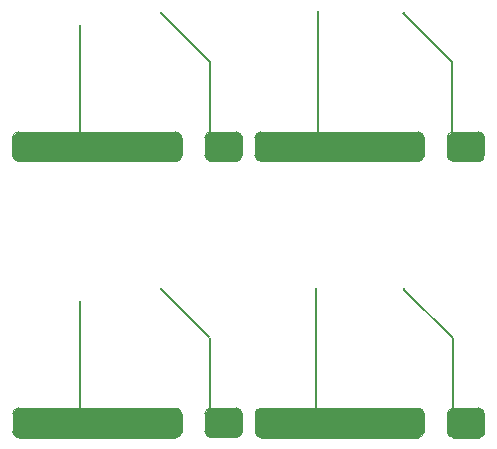
<source format=gbr>
%TF.GenerationSoftware,KiCad,Pcbnew,(7.0.0)*%
%TF.CreationDate,2023-03-30T16:55:44-05:00*%
%TF.ProjectId,Cookie_Mantis,436f6f6b-6965-45f4-9d61-6e7469732e6b,rev?*%
%TF.SameCoordinates,Original*%
%TF.FileFunction,Copper,L2,Bot*%
%TF.FilePolarity,Positive*%
%FSLAX46Y46*%
G04 Gerber Fmt 4.6, Leading zero omitted, Abs format (unit mm)*
G04 Created by KiCad (PCBNEW (7.0.0)) date 2023-03-30 16:55:44*
%MOMM*%
%LPD*%
G01*
G04 APERTURE LIST*
%TA.AperFunction,NonConductor*%
%ADD10C,0.100000*%
%TD*%
%TA.AperFunction,NonConductor*%
%ADD11C,0.200000*%
%TD*%
%TA.AperFunction,ViaPad*%
%ADD12C,0.800000*%
%TD*%
%TA.AperFunction,ViaPad*%
%ADD13C,0.250000*%
%TD*%
G04 APERTURE END LIST*
D10*
X52474360Y-58143460D02*
G75*
G03*
X52982360Y-57635400I-60J508060D01*
G01*
X49817800Y-34240400D02*
G75*
G03*
X50325760Y-34748400I507900J-100D01*
G01*
X47873821Y-56139179D02*
G75*
G03*
X47365884Y-55631179I-508021J-21D01*
G01*
G36*
X47833484Y-34242779D02*
G01*
X47782684Y-34369779D01*
X47630284Y-34598379D01*
X47350884Y-34725379D01*
X34041284Y-34725379D01*
X33863484Y-34674579D01*
X33685684Y-34522179D01*
X33533284Y-34242779D01*
X34041284Y-33582379D01*
X34955684Y-32642579D01*
X41966084Y-32515579D01*
X47833484Y-34242779D01*
G37*
X47833484Y-34242779D02*
X47782684Y-34369779D01*
X47630284Y-34598379D01*
X47350884Y-34725379D01*
X34041284Y-34725379D01*
X33863484Y-34674579D01*
X33685684Y-34522179D01*
X33533284Y-34242779D01*
X34041284Y-33582379D01*
X34955684Y-32642579D01*
X41966084Y-32515579D01*
X47833484Y-34242779D01*
G36*
X27323484Y-57622779D02*
G01*
X27272684Y-57749779D01*
X27120284Y-57978379D01*
X26840884Y-58105379D01*
X13531284Y-58105379D01*
X13353484Y-58054579D01*
X13175684Y-57902179D01*
X13023284Y-57622779D01*
X13531284Y-56962379D01*
X14445684Y-56022579D01*
X21456084Y-55895579D01*
X27323484Y-57622779D01*
G37*
X27323484Y-57622779D02*
X27272684Y-57749779D01*
X27120284Y-57978379D01*
X26840884Y-58105379D01*
X13531284Y-58105379D01*
X13353484Y-58054579D01*
X13175684Y-57902179D01*
X13023284Y-57622779D01*
X13531284Y-56962379D01*
X14445684Y-56022579D01*
X21456084Y-55895579D01*
X27323484Y-57622779D01*
G36*
X35311284Y-32794979D02*
G01*
X35565284Y-34268179D01*
X35412884Y-34217379D01*
X33533284Y-34242779D01*
X33533284Y-32769579D01*
X35311284Y-32794979D01*
G37*
X35311284Y-32794979D02*
X35565284Y-34268179D01*
X35412884Y-34217379D01*
X33533284Y-34242779D01*
X33533284Y-32769579D01*
X35311284Y-32794979D01*
G36*
X47554084Y-32337779D02*
G01*
X47706484Y-32464779D01*
X47782684Y-32591779D01*
X47833484Y-32744179D01*
X45191884Y-32718779D01*
X33533284Y-32744179D01*
X33660284Y-32490179D01*
X33838084Y-32337779D01*
X33965084Y-32286979D01*
X34041284Y-32261579D01*
X47350884Y-32261579D01*
X47554084Y-32337779D01*
G37*
X47554084Y-32337779D02*
X47706484Y-32464779D01*
X47782684Y-32591779D01*
X47833484Y-32744179D01*
X45191884Y-32718779D01*
X33533284Y-32744179D01*
X33660284Y-32490179D01*
X33838084Y-32337779D01*
X33965084Y-32286979D01*
X34041284Y-32261579D01*
X47350884Y-32261579D01*
X47554084Y-32337779D01*
X33548221Y-57637779D02*
G75*
G03*
X34056284Y-58145779I507979J-21D01*
G01*
X31940800Y-34747600D02*
G75*
G03*
X32448800Y-34239600I0J508000D01*
G01*
G36*
X32042400Y-32309200D02*
G01*
X32296400Y-32410800D01*
X32359900Y-32550500D01*
X32448800Y-32715600D01*
X32448800Y-34239600D01*
X32372600Y-34328500D01*
X32296400Y-34506300D01*
X32169400Y-34633300D01*
X31966200Y-34747600D01*
X29769100Y-34747600D01*
X29731000Y-34696800D01*
X29604000Y-34646000D01*
X29477000Y-34569800D01*
X29375400Y-34417400D01*
X29299200Y-34265000D01*
X29299200Y-32702900D01*
X29375400Y-32626700D01*
X29464300Y-32474300D01*
X29604000Y-32360000D01*
X29807200Y-32233000D01*
X30175500Y-32233000D01*
X30569200Y-32233000D01*
X31953500Y-32233000D01*
X32042400Y-32309200D01*
G37*
X32042400Y-32309200D02*
X32296400Y-32410800D01*
X32359900Y-32550500D01*
X32448800Y-32715600D01*
X32448800Y-34239600D01*
X32372600Y-34328500D01*
X32296400Y-34506300D01*
X32169400Y-34633300D01*
X31966200Y-34747600D01*
X29769100Y-34747600D01*
X29731000Y-34696800D01*
X29604000Y-34646000D01*
X29477000Y-34569800D01*
X29375400Y-34417400D01*
X29299200Y-34265000D01*
X29299200Y-32702900D01*
X29375400Y-32626700D01*
X29464300Y-32474300D01*
X29604000Y-32360000D01*
X29807200Y-32233000D01*
X30175500Y-32233000D01*
X30569200Y-32233000D01*
X31953500Y-32233000D01*
X32042400Y-32309200D01*
X13023221Y-57622779D02*
G75*
G03*
X13531284Y-58130779I507979J-21D01*
G01*
G36*
X47325484Y-34750779D02*
G01*
X34041284Y-34750779D01*
X34041284Y-32236179D01*
X47325484Y-32236179D01*
X47325484Y-34750779D01*
G37*
X47325484Y-34750779D02*
X34041284Y-34750779D01*
X34041284Y-32236179D01*
X47325484Y-32236179D01*
X47325484Y-34750779D01*
G36*
X47325484Y-34750779D02*
G01*
X34041284Y-34750779D01*
X34041284Y-32236179D01*
X47325484Y-32236179D01*
X47325484Y-34750779D01*
G37*
X47325484Y-34750779D02*
X34041284Y-34750779D01*
X34041284Y-32236179D01*
X47325484Y-32236179D01*
X47325484Y-34750779D01*
D11*
X46108301Y-22190541D02*
X50268560Y-26350800D01*
D10*
X33548221Y-57637779D02*
G75*
G03*
X34056284Y-58145779I507979J-21D01*
G01*
G36*
X35326284Y-56189979D02*
G01*
X35580284Y-57663179D01*
X35427884Y-57612379D01*
X33548284Y-57637779D01*
X33548284Y-56164579D01*
X35326284Y-56189979D01*
G37*
X35326284Y-56189979D02*
X35580284Y-57663179D01*
X35427884Y-57612379D01*
X33548284Y-57637779D01*
X33548284Y-56164579D01*
X35326284Y-56189979D01*
G36*
X35311284Y-32794979D02*
G01*
X35565284Y-34268179D01*
X35412884Y-34217379D01*
X33533284Y-34242779D01*
X33533284Y-32769579D01*
X35311284Y-32794979D01*
G37*
X35311284Y-32794979D02*
X35565284Y-34268179D01*
X35412884Y-34217379D01*
X33533284Y-34242779D01*
X33533284Y-32769579D01*
X35311284Y-32794979D01*
X13522724Y-32235324D02*
G75*
G03*
X13014724Y-32743379I76J-508076D01*
G01*
G36*
X47858884Y-34242779D02*
G01*
X33787284Y-33506179D01*
X34041284Y-32947379D01*
X47858884Y-32744179D01*
X47858884Y-34242779D01*
G37*
X47858884Y-34242779D02*
X33787284Y-33506179D01*
X34041284Y-32947379D01*
X47858884Y-32744179D01*
X47858884Y-34242779D01*
D11*
X50268560Y-26350800D02*
X50268560Y-32400800D01*
D10*
X27340321Y-32743379D02*
G75*
G03*
X26832324Y-32235379I-508021J-21D01*
G01*
D11*
X38733560Y-45596784D02*
X38733560Y-55696784D01*
D10*
X34041284Y-32236184D02*
G75*
G03*
X33533284Y-32744179I16J-508016D01*
G01*
X34056284Y-55631184D02*
G75*
G03*
X33548284Y-56139179I16J-508016D01*
G01*
G36*
X32050960Y-55690000D02*
G01*
X32304960Y-55791600D01*
X32368460Y-55931300D01*
X32457360Y-56096400D01*
X32457360Y-57620400D01*
X32381160Y-57709300D01*
X32304960Y-57887100D01*
X32177960Y-58014100D01*
X31974760Y-58128400D01*
X29777660Y-58128400D01*
X29739560Y-58077600D01*
X29612560Y-58026800D01*
X29485560Y-57950600D01*
X29383960Y-57798200D01*
X29307760Y-57645800D01*
X29307760Y-56083700D01*
X29383960Y-56007500D01*
X29472860Y-55855100D01*
X29612560Y-55740800D01*
X29815760Y-55613800D01*
X30184060Y-55613800D01*
X30577760Y-55613800D01*
X31962060Y-55613800D01*
X32050960Y-55690000D01*
G37*
X32050960Y-55690000D02*
X32304960Y-55791600D01*
X32368460Y-55931300D01*
X32457360Y-56096400D01*
X32457360Y-57620400D01*
X32381160Y-57709300D01*
X32304960Y-57887100D01*
X32177960Y-58014100D01*
X31974760Y-58128400D01*
X29777660Y-58128400D01*
X29739560Y-58077600D01*
X29612560Y-58026800D01*
X29485560Y-57950600D01*
X29383960Y-57798200D01*
X29307760Y-57645800D01*
X29307760Y-56083700D01*
X29383960Y-56007500D01*
X29472860Y-55855100D01*
X29612560Y-55740800D01*
X29815760Y-55613800D01*
X30184060Y-55613800D01*
X30577760Y-55613800D01*
X31962060Y-55613800D01*
X32050960Y-55690000D01*
X29815760Y-55613860D02*
G75*
G03*
X29307760Y-56121800I-60J-507940D01*
G01*
G36*
X27340324Y-34241979D02*
G01*
X13268724Y-33505379D01*
X13522724Y-32946579D01*
X27340324Y-32743379D01*
X27340324Y-34241979D01*
G37*
X27340324Y-34241979D02*
X13268724Y-33505379D01*
X13522724Y-32946579D01*
X27340324Y-32743379D01*
X27340324Y-34241979D01*
G36*
X47554084Y-32337779D02*
G01*
X47706484Y-32464779D01*
X47782684Y-32591779D01*
X47833484Y-32744179D01*
X45191884Y-32718779D01*
X33533284Y-32744179D01*
X33660284Y-32490179D01*
X33838084Y-32337779D01*
X33965084Y-32286979D01*
X34041284Y-32261579D01*
X47350884Y-32261579D01*
X47554084Y-32337779D01*
G37*
X47554084Y-32337779D02*
X47706484Y-32464779D01*
X47782684Y-32591779D01*
X47833484Y-32744179D01*
X45191884Y-32718779D01*
X33533284Y-32744179D01*
X33660284Y-32490179D01*
X33838084Y-32337779D01*
X33965084Y-32286979D01*
X34041284Y-32261579D01*
X47350884Y-32261579D01*
X47554084Y-32337779D01*
G36*
X47569084Y-55732779D02*
G01*
X47721484Y-55859779D01*
X47797684Y-55986779D01*
X47848484Y-56139179D01*
X45206884Y-56113779D01*
X33548284Y-56139179D01*
X33675284Y-55885179D01*
X33853084Y-55732779D01*
X33980084Y-55681979D01*
X34056284Y-55656579D01*
X47365884Y-55656579D01*
X47569084Y-55732779D01*
G37*
X47569084Y-55732779D02*
X47721484Y-55859779D01*
X47797684Y-55986779D01*
X47848484Y-56139179D01*
X45206884Y-56113779D01*
X33548284Y-56139179D01*
X33675284Y-55885179D01*
X33853084Y-55732779D01*
X33980084Y-55681979D01*
X34056284Y-55656579D01*
X47365884Y-55656579D01*
X47569084Y-55732779D01*
X13531284Y-55616184D02*
G75*
G03*
X13023284Y-56124179I16J-508016D01*
G01*
G36*
X27044084Y-55717779D02*
G01*
X27196484Y-55844779D01*
X27272684Y-55971779D01*
X27323484Y-56124179D01*
X24681884Y-56098779D01*
X13023284Y-56124179D01*
X13150284Y-55870179D01*
X13328084Y-55717779D01*
X13455084Y-55666979D01*
X13531284Y-55641579D01*
X26840884Y-55641579D01*
X27044084Y-55717779D01*
G37*
X27044084Y-55717779D02*
X27196484Y-55844779D01*
X27272684Y-55971779D01*
X27323484Y-56124179D01*
X24681884Y-56098779D01*
X13023284Y-56124179D01*
X13150284Y-55870179D01*
X13328084Y-55717779D01*
X13455084Y-55666979D01*
X13531284Y-55641579D01*
X26840884Y-55641579D01*
X27044084Y-55717779D01*
G36*
X47873884Y-57637779D02*
G01*
X33802284Y-56901179D01*
X34056284Y-56342379D01*
X47873884Y-56139179D01*
X47873884Y-57637779D01*
G37*
X47873884Y-57637779D02*
X33802284Y-56901179D01*
X34056284Y-56342379D01*
X47873884Y-56139179D01*
X47873884Y-57637779D01*
G36*
X47340484Y-58145779D02*
G01*
X34056284Y-58145779D01*
X34056284Y-55631179D01*
X47340484Y-55631179D01*
X47340484Y-58145779D01*
G37*
X47340484Y-58145779D02*
X34056284Y-58145779D01*
X34056284Y-55631179D01*
X47340484Y-55631179D01*
X47340484Y-58145779D01*
G36*
X26806924Y-34749979D02*
G01*
X13522724Y-34749979D01*
X13522724Y-32235379D01*
X26806924Y-32235379D01*
X26806924Y-34749979D01*
G37*
X26806924Y-34749979D02*
X13522724Y-34749979D01*
X13522724Y-32235379D01*
X26806924Y-32235379D01*
X26806924Y-34749979D01*
G36*
X27348884Y-57622779D02*
G01*
X13277284Y-56886179D01*
X13531284Y-56327379D01*
X27348884Y-56124179D01*
X27348884Y-57622779D01*
G37*
X27348884Y-57622779D02*
X13277284Y-56886179D01*
X13531284Y-56327379D01*
X27348884Y-56124179D01*
X27348884Y-57622779D01*
X13014721Y-34241979D02*
G75*
G03*
X13522724Y-34749979I507979J-21D01*
G01*
D11*
X50283560Y-49745800D02*
X50283560Y-55795800D01*
D10*
X33533321Y-34242779D02*
G75*
G03*
X34041284Y-34750779I507979J-21D01*
G01*
X47873821Y-56139179D02*
G75*
G03*
X47365884Y-55631179I-508021J-21D01*
G01*
G36*
X35326284Y-56189979D02*
G01*
X35580284Y-57663179D01*
X35427884Y-57612379D01*
X33548284Y-57637779D01*
X33548284Y-56164579D01*
X35326284Y-56189979D01*
G37*
X35326284Y-56189979D02*
X35580284Y-57663179D01*
X35427884Y-57612379D01*
X33548284Y-57637779D01*
X33548284Y-56164579D01*
X35326284Y-56189979D01*
X13014721Y-34241979D02*
G75*
G03*
X13522724Y-34749979I507979J-21D01*
G01*
X27348821Y-56124179D02*
G75*
G03*
X26840884Y-55616179I-508021J-21D01*
G01*
D11*
X29758560Y-49730800D02*
X29758560Y-55780800D01*
D10*
X13522724Y-32235324D02*
G75*
G03*
X13014724Y-32743379I76J-508076D01*
G01*
G36*
X52560960Y-32310000D02*
G01*
X52814960Y-32411600D01*
X52878460Y-32551300D01*
X52967360Y-32716400D01*
X52967360Y-34240400D01*
X52891160Y-34329300D01*
X52814960Y-34507100D01*
X52687960Y-34634100D01*
X52484760Y-34748400D01*
X50287660Y-34748400D01*
X50249560Y-34697600D01*
X50122560Y-34646800D01*
X49995560Y-34570600D01*
X49893960Y-34418200D01*
X49817760Y-34265800D01*
X49817760Y-32703700D01*
X49893960Y-32627500D01*
X49982860Y-32475100D01*
X50122560Y-32360800D01*
X50325760Y-32233800D01*
X50694060Y-32233800D01*
X51087760Y-32233800D01*
X52472060Y-32233800D01*
X52560960Y-32310000D01*
G37*
X52560960Y-32310000D02*
X52814960Y-32411600D01*
X52878460Y-32551300D01*
X52967360Y-32716400D01*
X52967360Y-34240400D01*
X52891160Y-34329300D01*
X52814960Y-34507100D01*
X52687960Y-34634100D01*
X52484760Y-34748400D01*
X50287660Y-34748400D01*
X50249560Y-34697600D01*
X50122560Y-34646800D01*
X49995560Y-34570600D01*
X49893960Y-34418200D01*
X49817760Y-34265800D01*
X49817760Y-32703700D01*
X49893960Y-32627500D01*
X49982860Y-32475100D01*
X50122560Y-32360800D01*
X50325760Y-32233800D01*
X50694060Y-32233800D01*
X51087760Y-32233800D01*
X52472060Y-32233800D01*
X52560960Y-32310000D01*
G36*
X27323484Y-57622779D02*
G01*
X27272684Y-57749779D01*
X27120284Y-57978379D01*
X26840884Y-58105379D01*
X13531284Y-58105379D01*
X13353484Y-58054579D01*
X13175684Y-57902179D01*
X13023284Y-57622779D01*
X13531284Y-56962379D01*
X14445684Y-56022579D01*
X21456084Y-55895579D01*
X27323484Y-57622779D01*
G37*
X27323484Y-57622779D02*
X27272684Y-57749779D01*
X27120284Y-57978379D01*
X26840884Y-58105379D01*
X13531284Y-58105379D01*
X13353484Y-58054579D01*
X13175684Y-57902179D01*
X13023284Y-57622779D01*
X13531284Y-56962379D01*
X14445684Y-56022579D01*
X21456084Y-55895579D01*
X27323484Y-57622779D01*
G36*
X52575960Y-55705000D02*
G01*
X52829960Y-55806600D01*
X52893460Y-55946300D01*
X52982360Y-56111400D01*
X52982360Y-57635400D01*
X52906160Y-57724300D01*
X52829960Y-57902100D01*
X52702960Y-58029100D01*
X52499760Y-58143400D01*
X50302660Y-58143400D01*
X50264560Y-58092600D01*
X50137560Y-58041800D01*
X50010560Y-57965600D01*
X49908960Y-57813200D01*
X49832760Y-57660800D01*
X49832760Y-56098700D01*
X49908960Y-56022500D01*
X49997860Y-55870100D01*
X50137560Y-55755800D01*
X50340760Y-55628800D01*
X50709060Y-55628800D01*
X51102760Y-55628800D01*
X52487060Y-55628800D01*
X52575960Y-55705000D01*
G37*
X52575960Y-55705000D02*
X52829960Y-55806600D01*
X52893460Y-55946300D01*
X52982360Y-56111400D01*
X52982360Y-57635400D01*
X52906160Y-57724300D01*
X52829960Y-57902100D01*
X52702960Y-58029100D01*
X52499760Y-58143400D01*
X50302660Y-58143400D01*
X50264560Y-58092600D01*
X50137560Y-58041800D01*
X50010560Y-57965600D01*
X49908960Y-57813200D01*
X49832760Y-57660800D01*
X49832760Y-56098700D01*
X49908960Y-56022500D01*
X49997860Y-55870100D01*
X50137560Y-55755800D01*
X50340760Y-55628800D01*
X50709060Y-55628800D01*
X51102760Y-55628800D01*
X52487060Y-55628800D01*
X52575960Y-55705000D01*
G36*
X27348884Y-57622779D02*
G01*
X13277284Y-56886179D01*
X13531284Y-56327379D01*
X27348884Y-56124179D01*
X27348884Y-57622779D01*
G37*
X27348884Y-57622779D02*
X13277284Y-56886179D01*
X13531284Y-56327379D01*
X27348884Y-56124179D01*
X27348884Y-57622779D01*
G36*
X47848484Y-57637779D02*
G01*
X47797684Y-57764779D01*
X47645284Y-57993379D01*
X47365884Y-58120379D01*
X34056284Y-58120379D01*
X33878484Y-58069579D01*
X33700684Y-57917179D01*
X33548284Y-57637779D01*
X34056284Y-56977379D01*
X34970684Y-56037579D01*
X41981084Y-55910579D01*
X47848484Y-57637779D01*
G37*
X47848484Y-57637779D02*
X47797684Y-57764779D01*
X47645284Y-57993379D01*
X47365884Y-58120379D01*
X34056284Y-58120379D01*
X33878484Y-58069579D01*
X33700684Y-57917179D01*
X33548284Y-57637779D01*
X34056284Y-56977379D01*
X34970684Y-56037579D01*
X41981084Y-55910579D01*
X47848484Y-57637779D01*
X52459360Y-34748360D02*
G75*
G03*
X52967360Y-34240400I40J507960D01*
G01*
D11*
X25608560Y-45581784D02*
X29658560Y-49631784D01*
D10*
X47350884Y-34750784D02*
G75*
G03*
X47858884Y-34242779I16J507984D01*
G01*
X47365884Y-58145784D02*
G75*
G03*
X47873884Y-57637779I16J507984D01*
G01*
D11*
X18700000Y-23300000D02*
X18700000Y-32250000D01*
D10*
X47858921Y-32744179D02*
G75*
G03*
X47350884Y-32236179I-508021J-21D01*
G01*
G36*
X26815484Y-58130779D02*
G01*
X13531284Y-58130779D01*
X13531284Y-55616179D01*
X26815484Y-55616179D01*
X26815484Y-58130779D01*
G37*
X26815484Y-58130779D02*
X13531284Y-58130779D01*
X13531284Y-55616179D01*
X26815484Y-55616179D01*
X26815484Y-58130779D01*
G36*
X27340324Y-34241979D02*
G01*
X13268724Y-33505379D01*
X13522724Y-32946579D01*
X27340324Y-32743379D01*
X27340324Y-34241979D01*
G37*
X27340324Y-34241979D02*
X13268724Y-33505379D01*
X13522724Y-32946579D01*
X27340324Y-32743379D01*
X27340324Y-34241979D01*
X27340321Y-32743379D02*
G75*
G03*
X26832324Y-32235379I-508021J-21D01*
G01*
G36*
X14801284Y-56174979D02*
G01*
X15055284Y-57648179D01*
X14902884Y-57597379D01*
X13023284Y-57622779D01*
X13023284Y-56149579D01*
X14801284Y-56174979D01*
G37*
X14801284Y-56174979D02*
X15055284Y-57648179D01*
X14902884Y-57597379D01*
X13023284Y-57622779D01*
X13023284Y-56149579D01*
X14801284Y-56174979D01*
G36*
X14792724Y-32794179D02*
G01*
X15046724Y-34267379D01*
X14894324Y-34216579D01*
X13014724Y-34241979D01*
X13014724Y-32768779D01*
X14792724Y-32794179D01*
G37*
X14792724Y-32794179D02*
X15046724Y-34267379D01*
X14894324Y-34216579D01*
X13014724Y-34241979D01*
X13014724Y-32768779D01*
X14792724Y-32794179D01*
G36*
X47858884Y-34242779D02*
G01*
X33787284Y-33506179D01*
X34041284Y-32947379D01*
X47858884Y-32744179D01*
X47858884Y-34242779D01*
G37*
X47858884Y-34242779D02*
X33787284Y-33506179D01*
X34041284Y-32947379D01*
X47858884Y-32744179D01*
X47858884Y-34242779D01*
X47858921Y-32744179D02*
G75*
G03*
X47350884Y-32236179I-508021J-21D01*
G01*
D11*
X29750000Y-26350000D02*
X29750000Y-32400000D01*
D10*
X29807200Y-32233000D02*
G75*
G03*
X29299200Y-32741000I0J-508000D01*
G01*
G36*
X47340484Y-58145779D02*
G01*
X34056284Y-58145779D01*
X34056284Y-55631179D01*
X47340484Y-55631179D01*
X47340484Y-58145779D01*
G37*
X47340484Y-58145779D02*
X34056284Y-58145779D01*
X34056284Y-55631179D01*
X47340484Y-55631179D01*
X47340484Y-58145779D01*
G36*
X27044084Y-55717779D02*
G01*
X27196484Y-55844779D01*
X27272684Y-55971779D01*
X27323484Y-56124179D01*
X24681884Y-56098779D01*
X13023284Y-56124179D01*
X13150284Y-55870179D01*
X13328084Y-55717779D01*
X13455084Y-55666979D01*
X13531284Y-55641579D01*
X26840884Y-55641579D01*
X27044084Y-55717779D01*
G37*
X27044084Y-55717779D02*
X27196484Y-55844779D01*
X27272684Y-55971779D01*
X27323484Y-56124179D01*
X24681884Y-56098779D01*
X13023284Y-56124179D01*
X13150284Y-55870179D01*
X13328084Y-55717779D01*
X13455084Y-55666979D01*
X13531284Y-55641579D01*
X26840884Y-55641579D01*
X27044084Y-55717779D01*
X47365884Y-58145784D02*
G75*
G03*
X47873884Y-57637779I16J507984D01*
G01*
G36*
X27314924Y-34241979D02*
G01*
X27264124Y-34368979D01*
X27111724Y-34597579D01*
X26832324Y-34724579D01*
X13522724Y-34724579D01*
X13344924Y-34673779D01*
X13167124Y-34521379D01*
X13014724Y-34241979D01*
X13522724Y-33581579D01*
X14437124Y-32641779D01*
X21447524Y-32514779D01*
X27314924Y-34241979D01*
G37*
X27314924Y-34241979D02*
X27264124Y-34368979D01*
X27111724Y-34597579D01*
X26832324Y-34724579D01*
X13522724Y-34724579D01*
X13344924Y-34673779D01*
X13167124Y-34521379D01*
X13014724Y-34241979D01*
X13522724Y-33581579D01*
X14437124Y-32641779D01*
X21447524Y-32514779D01*
X27314924Y-34241979D01*
X52967400Y-32741800D02*
G75*
G03*
X52459360Y-32233800I-508100J-100D01*
G01*
X29307700Y-57620400D02*
G75*
G03*
X29815760Y-58128400I507900J-100D01*
G01*
D11*
X18708560Y-46680800D02*
X18708560Y-55630800D01*
D10*
G36*
X27314924Y-34241979D02*
G01*
X27264124Y-34368979D01*
X27111724Y-34597579D01*
X26832324Y-34724579D01*
X13522724Y-34724579D01*
X13344924Y-34673779D01*
X13167124Y-34521379D01*
X13014724Y-34241979D01*
X13522724Y-33581579D01*
X14437124Y-32641779D01*
X21447524Y-32514779D01*
X27314924Y-34241979D01*
G37*
X27314924Y-34241979D02*
X27264124Y-34368979D01*
X27111724Y-34597579D01*
X26832324Y-34724579D01*
X13522724Y-34724579D01*
X13344924Y-34673779D01*
X13167124Y-34521379D01*
X13014724Y-34241979D01*
X13522724Y-33581579D01*
X14437124Y-32641779D01*
X21447524Y-32514779D01*
X27314924Y-34241979D01*
G36*
X26815484Y-58130779D02*
G01*
X13531284Y-58130779D01*
X13531284Y-55616179D01*
X26815484Y-55616179D01*
X26815484Y-58130779D01*
G37*
X26815484Y-58130779D02*
X13531284Y-58130779D01*
X13531284Y-55616179D01*
X26815484Y-55616179D01*
X26815484Y-58130779D01*
D11*
X38928560Y-22070800D02*
X38928560Y-32420800D01*
D10*
X32457300Y-56121800D02*
G75*
G03*
X31949360Y-55613800I-508100J-100D01*
G01*
G36*
X47833484Y-34242779D02*
G01*
X47782684Y-34369779D01*
X47630284Y-34598379D01*
X47350884Y-34725379D01*
X34041284Y-34725379D01*
X33863484Y-34674579D01*
X33685684Y-34522179D01*
X33533284Y-34242779D01*
X34041284Y-33582379D01*
X34955684Y-32642579D01*
X41966084Y-32515579D01*
X47833484Y-34242779D01*
G37*
X47833484Y-34242779D02*
X47782684Y-34369779D01*
X47630284Y-34598379D01*
X47350884Y-34725379D01*
X34041284Y-34725379D01*
X33863484Y-34674579D01*
X33685684Y-34522179D01*
X33533284Y-34242779D01*
X34041284Y-33582379D01*
X34955684Y-32642579D01*
X41966084Y-32515579D01*
X47833484Y-34242779D01*
G36*
X47569084Y-55732779D02*
G01*
X47721484Y-55859779D01*
X47797684Y-55986779D01*
X47848484Y-56139179D01*
X45206884Y-56113779D01*
X33548284Y-56139179D01*
X33675284Y-55885179D01*
X33853084Y-55732779D01*
X33980084Y-55681979D01*
X34056284Y-55656579D01*
X47365884Y-55656579D01*
X47569084Y-55732779D01*
G37*
X47569084Y-55732779D02*
X47721484Y-55859779D01*
X47797684Y-55986779D01*
X47848484Y-56139179D01*
X45206884Y-56113779D01*
X33548284Y-56139179D01*
X33675284Y-55885179D01*
X33853084Y-55732779D01*
X33980084Y-55681979D01*
X34056284Y-55656579D01*
X47365884Y-55656579D01*
X47569084Y-55732779D01*
X49832700Y-57635400D02*
G75*
G03*
X50340760Y-58143400I507900J-100D01*
G01*
G36*
X47848484Y-57637779D02*
G01*
X47797684Y-57764779D01*
X47645284Y-57993379D01*
X47365884Y-58120379D01*
X34056284Y-58120379D01*
X33878484Y-58069579D01*
X33700684Y-57917179D01*
X33548284Y-57637779D01*
X34056284Y-56977379D01*
X34970684Y-56037579D01*
X41981084Y-55910579D01*
X47848484Y-57637779D01*
G37*
X47848484Y-57637779D02*
X47797684Y-57764779D01*
X47645284Y-57993379D01*
X47365884Y-58120379D01*
X34056284Y-58120379D01*
X33878484Y-58069579D01*
X33700684Y-57917179D01*
X33548284Y-57637779D01*
X34056284Y-56977379D01*
X34970684Y-56037579D01*
X41981084Y-55910579D01*
X47848484Y-57637779D01*
X34041284Y-32236184D02*
G75*
G03*
X33533284Y-32744179I16J-508016D01*
G01*
G36*
X27035524Y-32336979D02*
G01*
X27187924Y-32463979D01*
X27264124Y-32590979D01*
X27314924Y-32743379D01*
X24673324Y-32717979D01*
X13014724Y-32743379D01*
X13141724Y-32489379D01*
X13319524Y-32336979D01*
X13446524Y-32286179D01*
X13522724Y-32260779D01*
X26832324Y-32260779D01*
X27035524Y-32336979D01*
G37*
X27035524Y-32336979D02*
X27187924Y-32463979D01*
X27264124Y-32590979D01*
X27314924Y-32743379D01*
X24673324Y-32717979D01*
X13014724Y-32743379D01*
X13141724Y-32489379D01*
X13319524Y-32336979D01*
X13446524Y-32286179D01*
X13522724Y-32260779D01*
X26832324Y-32260779D01*
X27035524Y-32336979D01*
X50325760Y-32233760D02*
G75*
G03*
X49817760Y-32741800I40J-508040D01*
G01*
X50340760Y-55628860D02*
G75*
G03*
X49832760Y-56136800I-60J-507940D01*
G01*
X26832324Y-34749924D02*
G75*
G03*
X27340324Y-34241979I76J507924D01*
G01*
D11*
X46145499Y-45607739D02*
X50283560Y-49745800D01*
D10*
X26832324Y-34749924D02*
G75*
G03*
X27340324Y-34241979I76J507924D01*
G01*
X27348821Y-56124179D02*
G75*
G03*
X26840884Y-55616179I-508021J-21D01*
G01*
D11*
X25583702Y-22183702D02*
X29750000Y-26350000D01*
D10*
X33533321Y-34242779D02*
G75*
G03*
X34041284Y-34750779I507979J-21D01*
G01*
X31949360Y-58128460D02*
G75*
G03*
X32457360Y-57620400I-60J508060D01*
G01*
X26840884Y-58130784D02*
G75*
G03*
X27348884Y-57622779I16J507984D01*
G01*
X47350884Y-34750784D02*
G75*
G03*
X47858884Y-34242779I16J507984D01*
G01*
X32448800Y-32741000D02*
G75*
G03*
X31940800Y-32233000I-508100J-100D01*
G01*
G36*
X14801284Y-56174979D02*
G01*
X15055284Y-57648179D01*
X14902884Y-57597379D01*
X13023284Y-57622779D01*
X13023284Y-56149579D01*
X14801284Y-56174979D01*
G37*
X14801284Y-56174979D02*
X15055284Y-57648179D01*
X14902884Y-57597379D01*
X13023284Y-57622779D01*
X13023284Y-56149579D01*
X14801284Y-56174979D01*
X29299200Y-34239600D02*
G75*
G03*
X29807200Y-34747600I507900J-100D01*
G01*
G36*
X47873884Y-57637779D02*
G01*
X33802284Y-56901179D01*
X34056284Y-56342379D01*
X47873884Y-56139179D01*
X47873884Y-57637779D01*
G37*
X47873884Y-57637779D02*
X33802284Y-56901179D01*
X34056284Y-56342379D01*
X47873884Y-56139179D01*
X47873884Y-57637779D01*
X13023221Y-57622779D02*
G75*
G03*
X13531284Y-58130779I507979J-21D01*
G01*
X52982300Y-56136800D02*
G75*
G03*
X52474360Y-55628800I-508100J-100D01*
G01*
G36*
X26806924Y-34749979D02*
G01*
X13522724Y-34749979D01*
X13522724Y-32235379D01*
X26806924Y-32235379D01*
X26806924Y-34749979D01*
G37*
X26806924Y-34749979D02*
X13522724Y-34749979D01*
X13522724Y-32235379D01*
X26806924Y-32235379D01*
X26806924Y-34749979D01*
G36*
X14792724Y-32794179D02*
G01*
X15046724Y-34267379D01*
X14894324Y-34216579D01*
X13014724Y-34241979D01*
X13014724Y-32768779D01*
X14792724Y-32794179D01*
G37*
X14792724Y-32794179D02*
X15046724Y-34267379D01*
X14894324Y-34216579D01*
X13014724Y-34241979D01*
X13014724Y-32768779D01*
X14792724Y-32794179D01*
G36*
X27035524Y-32336979D02*
G01*
X27187924Y-32463979D01*
X27264124Y-32590979D01*
X27314924Y-32743379D01*
X24673324Y-32717979D01*
X13014724Y-32743379D01*
X13141724Y-32489379D01*
X13319524Y-32336979D01*
X13446524Y-32286179D01*
X13522724Y-32260779D01*
X26832324Y-32260779D01*
X27035524Y-32336979D01*
G37*
X27035524Y-32336979D02*
X27187924Y-32463979D01*
X27264124Y-32590979D01*
X27314924Y-32743379D01*
X24673324Y-32717979D01*
X13014724Y-32743379D01*
X13141724Y-32489379D01*
X13319524Y-32336979D01*
X13446524Y-32286179D01*
X13522724Y-32260779D01*
X26832324Y-32260779D01*
X27035524Y-32336979D01*
X13531284Y-55616184D02*
G75*
G03*
X13023284Y-56124179I16J-508016D01*
G01*
X34056284Y-55631184D02*
G75*
G03*
X33548284Y-56139179I16J-508016D01*
G01*
X26840884Y-58130784D02*
G75*
G03*
X27348884Y-57622779I16J507984D01*
G01*
D12*
%TO.N,*%
X40289600Y-33510800D03*
X21779600Y-56890800D03*
X23779600Y-56890800D03*
X34289600Y-33510800D03*
X38289600Y-33510800D03*
D13*
X38733560Y-45596784D03*
D12*
X46289600Y-33510800D03*
X46304600Y-56905800D03*
X31771040Y-33510000D03*
X25779600Y-56890800D03*
X25771040Y-33510000D03*
X44304600Y-56905800D03*
X38304600Y-56905800D03*
X44289600Y-33510800D03*
X36304600Y-56905800D03*
X31779600Y-56890800D03*
X15771040Y-33510000D03*
X13771040Y-33510000D03*
D13*
X46133560Y-45596784D03*
D12*
X23771040Y-33510000D03*
X21771040Y-33510000D03*
X42304600Y-56905800D03*
X29779600Y-56890800D03*
X50304600Y-56905800D03*
X19771040Y-33510000D03*
D13*
X38928560Y-22070800D03*
D12*
X52304600Y-56905800D03*
X36289600Y-33510800D03*
X19779600Y-56890800D03*
X50289600Y-33510800D03*
X29771040Y-33510000D03*
X42289600Y-33510800D03*
X34304600Y-56905800D03*
X40304600Y-56905800D03*
D13*
X46128560Y-22220800D03*
D12*
X52289600Y-33510800D03*
D13*
X18700000Y-23300000D03*
X25608560Y-45581784D03*
D12*
X15779600Y-56890800D03*
D13*
X25600000Y-22200000D03*
D12*
X13779600Y-56890800D03*
X17771040Y-33510000D03*
X17779600Y-56890800D03*
D13*
X18708560Y-46680800D03*
%TD*%
M02*

</source>
